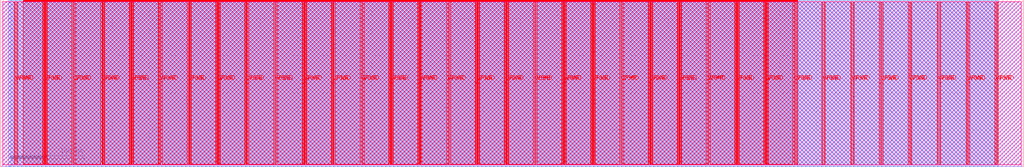
<source format=lef>
VERSION 5.7 ;
  NOWIREEXTENSIONATPIN ON ;
  DIVIDERCHAR "/" ;
  BUSBITCHARS "[]" ;
MACRO tt_um_rejunity_atari2600
  CLASS BLOCK ;
  FOREIGN tt_um_rejunity_atari2600 ;
  ORIGIN 0.000 0.000 ;
  SIZE 1378.160 BY 225.760 ;
  PIN VGND
    DIRECTION INOUT ;
    USE GROUND ;
    PORT
      LAYER met4 ;
        RECT 21.580 2.480 23.180 223.280 ;
    END
    PORT
      LAYER met4 ;
        RECT 60.450 2.480 62.050 223.280 ;
    END
    PORT
      LAYER met4 ;
        RECT 99.320 2.480 100.920 223.280 ;
    END
    PORT
      LAYER met4 ;
        RECT 138.190 2.480 139.790 223.280 ;
    END
    PORT
      LAYER met4 ;
        RECT 177.060 2.480 178.660 223.280 ;
    END
    PORT
      LAYER met4 ;
        RECT 215.930 2.480 217.530 223.280 ;
    END
    PORT
      LAYER met4 ;
        RECT 254.800 2.480 256.400 223.280 ;
    END
    PORT
      LAYER met4 ;
        RECT 293.670 2.480 295.270 223.280 ;
    END
    PORT
      LAYER met4 ;
        RECT 332.540 2.480 334.140 223.280 ;
    END
    PORT
      LAYER met4 ;
        RECT 371.410 2.480 373.010 223.280 ;
    END
    PORT
      LAYER met4 ;
        RECT 410.280 2.480 411.880 223.280 ;
    END
    PORT
      LAYER met4 ;
        RECT 449.150 2.480 450.750 223.280 ;
    END
    PORT
      LAYER met4 ;
        RECT 488.020 2.480 489.620 223.280 ;
    END
    PORT
      LAYER met4 ;
        RECT 526.890 2.480 528.490 223.280 ;
    END
    PORT
      LAYER met4 ;
        RECT 565.760 2.480 567.360 223.280 ;
    END
    PORT
      LAYER met4 ;
        RECT 604.630 2.480 606.230 223.280 ;
    END
    PORT
      LAYER met4 ;
        RECT 643.500 2.480 645.100 223.280 ;
    END
    PORT
      LAYER met4 ;
        RECT 682.370 2.480 683.970 223.280 ;
    END
    PORT
      LAYER met4 ;
        RECT 721.240 2.480 722.840 223.280 ;
    END
    PORT
      LAYER met4 ;
        RECT 760.110 2.480 761.710 223.280 ;
    END
    PORT
      LAYER met4 ;
        RECT 798.980 2.480 800.580 223.280 ;
    END
    PORT
      LAYER met4 ;
        RECT 837.850 2.480 839.450 223.280 ;
    END
    PORT
      LAYER met4 ;
        RECT 876.720 2.480 878.320 223.280 ;
    END
    PORT
      LAYER met4 ;
        RECT 915.590 2.480 917.190 223.280 ;
    END
    PORT
      LAYER met4 ;
        RECT 954.460 2.480 956.060 223.280 ;
    END
    PORT
      LAYER met4 ;
        RECT 993.330 2.480 994.930 223.280 ;
    END
    PORT
      LAYER met4 ;
        RECT 1032.200 2.480 1033.800 223.280 ;
    END
    PORT
      LAYER met4 ;
        RECT 1071.070 2.480 1072.670 223.280 ;
    END
    PORT
      LAYER met4 ;
        RECT 1109.940 2.480 1111.540 223.280 ;
    END
    PORT
      LAYER met4 ;
        RECT 1148.810 2.480 1150.410 223.280 ;
    END
    PORT
      LAYER met4 ;
        RECT 1187.680 2.480 1189.280 223.280 ;
    END
    PORT
      LAYER met4 ;
        RECT 1226.550 2.480 1228.150 223.280 ;
    END
    PORT
      LAYER met4 ;
        RECT 1265.420 2.480 1267.020 223.280 ;
    END
    PORT
      LAYER met4 ;
        RECT 1304.290 2.480 1305.890 223.280 ;
    END
    PORT
      LAYER met4 ;
        RECT 1343.160 2.480 1344.760 223.280 ;
    END
  END VGND
  PIN VPWR
    DIRECTION INOUT ;
    USE POWER ;
    PORT
      LAYER met4 ;
        RECT 18.280 2.480 19.880 223.280 ;
    END
    PORT
      LAYER met4 ;
        RECT 57.150 2.480 58.750 223.280 ;
    END
    PORT
      LAYER met4 ;
        RECT 96.020 2.480 97.620 223.280 ;
    END
    PORT
      LAYER met4 ;
        RECT 134.890 2.480 136.490 223.280 ;
    END
    PORT
      LAYER met4 ;
        RECT 173.760 2.480 175.360 223.280 ;
    END
    PORT
      LAYER met4 ;
        RECT 212.630 2.480 214.230 223.280 ;
    END
    PORT
      LAYER met4 ;
        RECT 251.500 2.480 253.100 223.280 ;
    END
    PORT
      LAYER met4 ;
        RECT 290.370 2.480 291.970 223.280 ;
    END
    PORT
      LAYER met4 ;
        RECT 329.240 2.480 330.840 223.280 ;
    END
    PORT
      LAYER met4 ;
        RECT 368.110 2.480 369.710 223.280 ;
    END
    PORT
      LAYER met4 ;
        RECT 406.980 2.480 408.580 223.280 ;
    END
    PORT
      LAYER met4 ;
        RECT 445.850 2.480 447.450 223.280 ;
    END
    PORT
      LAYER met4 ;
        RECT 484.720 2.480 486.320 223.280 ;
    END
    PORT
      LAYER met4 ;
        RECT 523.590 2.480 525.190 223.280 ;
    END
    PORT
      LAYER met4 ;
        RECT 562.460 2.480 564.060 223.280 ;
    END
    PORT
      LAYER met4 ;
        RECT 601.330 2.480 602.930 223.280 ;
    END
    PORT
      LAYER met4 ;
        RECT 640.200 2.480 641.800 223.280 ;
    END
    PORT
      LAYER met4 ;
        RECT 679.070 2.480 680.670 223.280 ;
    END
    PORT
      LAYER met4 ;
        RECT 717.940 2.480 719.540 223.280 ;
    END
    PORT
      LAYER met4 ;
        RECT 756.810 2.480 758.410 223.280 ;
    END
    PORT
      LAYER met4 ;
        RECT 795.680 2.480 797.280 223.280 ;
    END
    PORT
      LAYER met4 ;
        RECT 834.550 2.480 836.150 223.280 ;
    END
    PORT
      LAYER met4 ;
        RECT 873.420 2.480 875.020 223.280 ;
    END
    PORT
      LAYER met4 ;
        RECT 912.290 2.480 913.890 223.280 ;
    END
    PORT
      LAYER met4 ;
        RECT 951.160 2.480 952.760 223.280 ;
    END
    PORT
      LAYER met4 ;
        RECT 990.030 2.480 991.630 223.280 ;
    END
    PORT
      LAYER met4 ;
        RECT 1028.900 2.480 1030.500 223.280 ;
    END
    PORT
      LAYER met4 ;
        RECT 1067.770 2.480 1069.370 223.280 ;
    END
    PORT
      LAYER met4 ;
        RECT 1106.640 2.480 1108.240 223.280 ;
    END
    PORT
      LAYER met4 ;
        RECT 1145.510 2.480 1147.110 223.280 ;
    END
    PORT
      LAYER met4 ;
        RECT 1184.380 2.480 1185.980 223.280 ;
    END
    PORT
      LAYER met4 ;
        RECT 1223.250 2.480 1224.850 223.280 ;
    END
    PORT
      LAYER met4 ;
        RECT 1262.120 2.480 1263.720 223.280 ;
    END
    PORT
      LAYER met4 ;
        RECT 1300.990 2.480 1302.590 223.280 ;
    END
    PORT
      LAYER met4 ;
        RECT 1339.860 2.480 1341.460 223.280 ;
    END
  END VPWR
  PIN clk
    DIRECTION INPUT ;
    USE SIGNAL ;
    ANTENNAGATEAREA 0.852000 ;
    ANTENNADIFFAREA 0.434700 ;
    PORT
      LAYER met4 ;
        RECT 143.830 224.760 144.130 225.760 ;
    END
  END clk
  PIN ena
    DIRECTION INPUT ;
    USE SIGNAL ;
    PORT
      LAYER met4 ;
        RECT 146.590 224.760 146.890 225.760 ;
    END
  END ena
  PIN rst_n
    DIRECTION INPUT ;
    USE SIGNAL ;
    ANTENNAGATEAREA 0.247500 ;
    PORT
      LAYER met4 ;
        RECT 141.070 224.760 141.370 225.760 ;
    END
  END rst_n
  PIN ui_in[0]
    DIRECTION INPUT ;
    USE SIGNAL ;
    ANTENNAGATEAREA 0.213000 ;
    PORT
      LAYER met4 ;
        RECT 138.310 224.760 138.610 225.760 ;
    END
  END ui_in[0]
  PIN ui_in[1]
    DIRECTION INPUT ;
    USE SIGNAL ;
    ANTENNAGATEAREA 0.159000 ;
    PORT
      LAYER met4 ;
        RECT 135.550 224.760 135.850 225.760 ;
    END
  END ui_in[1]
  PIN ui_in[2]
    DIRECTION INPUT ;
    USE SIGNAL ;
    ANTENNAGATEAREA 0.213000 ;
    PORT
      LAYER met4 ;
        RECT 132.790 224.760 133.090 225.760 ;
    END
  END ui_in[2]
  PIN ui_in[3]
    DIRECTION INPUT ;
    USE SIGNAL ;
    ANTENNAGATEAREA 0.213000 ;
    PORT
      LAYER met4 ;
        RECT 130.030 224.760 130.330 225.760 ;
    END
  END ui_in[3]
  PIN ui_in[4]
    DIRECTION INPUT ;
    USE SIGNAL ;
    ANTENNAGATEAREA 0.213000 ;
    PORT
      LAYER met4 ;
        RECT 127.270 224.760 127.570 225.760 ;
    END
  END ui_in[4]
  PIN ui_in[5]
    DIRECTION INPUT ;
    USE SIGNAL ;
    ANTENNAGATEAREA 0.159000 ;
    PORT
      LAYER met4 ;
        RECT 124.510 224.760 124.810 225.760 ;
    END
  END ui_in[5]
  PIN ui_in[6]
    DIRECTION INPUT ;
    USE SIGNAL ;
    ANTENNAGATEAREA 0.159000 ;
    PORT
      LAYER met4 ;
        RECT 121.750 224.760 122.050 225.760 ;
    END
  END ui_in[6]
  PIN ui_in[7]
    DIRECTION INPUT ;
    USE SIGNAL ;
    PORT
      LAYER met4 ;
        RECT 118.990 224.760 119.290 225.760 ;
    END
  END ui_in[7]
  PIN uio_in[0]
    DIRECTION INPUT ;
    USE SIGNAL ;
    PORT
      LAYER met4 ;
        RECT 116.230 224.760 116.530 225.760 ;
    END
  END uio_in[0]
  PIN uio_in[1]
    DIRECTION INPUT ;
    USE SIGNAL ;
    ANTENNAGATEAREA 0.213000 ;
    PORT
      LAYER met4 ;
        RECT 113.470 224.760 113.770 225.760 ;
    END
  END uio_in[1]
  PIN uio_in[2]
    DIRECTION INPUT ;
    USE SIGNAL ;
    ANTENNAGATEAREA 0.213000 ;
    PORT
      LAYER met4 ;
        RECT 110.710 224.760 111.010 225.760 ;
    END
  END uio_in[2]
  PIN uio_in[3]
    DIRECTION INPUT ;
    USE SIGNAL ;
    PORT
      LAYER met4 ;
        RECT 107.950 224.760 108.250 225.760 ;
    END
  END uio_in[3]
  PIN uio_in[4]
    DIRECTION INPUT ;
    USE SIGNAL ;
    ANTENNAGATEAREA 0.213000 ;
    PORT
      LAYER met4 ;
        RECT 105.190 224.760 105.490 225.760 ;
    END
  END uio_in[4]
  PIN uio_in[5]
    DIRECTION INPUT ;
    USE SIGNAL ;
    ANTENNAGATEAREA 0.213000 ;
    PORT
      LAYER met4 ;
        RECT 102.430 224.760 102.730 225.760 ;
    END
  END uio_in[5]
  PIN uio_in[6]
    DIRECTION INPUT ;
    USE SIGNAL ;
    PORT
      LAYER met4 ;
        RECT 99.670 224.760 99.970 225.760 ;
    END
  END uio_in[6]
  PIN uio_in[7]
    DIRECTION INPUT ;
    USE SIGNAL ;
    PORT
      LAYER met4 ;
        RECT 96.910 224.760 97.210 225.760 ;
    END
  END uio_in[7]
  PIN uio_oe[0]
    DIRECTION OUTPUT ;
    USE SIGNAL ;
    PORT
      LAYER met4 ;
        RECT 49.990 224.760 50.290 225.760 ;
    END
  END uio_oe[0]
  PIN uio_oe[1]
    DIRECTION OUTPUT ;
    USE SIGNAL ;
    ANTENNADIFFAREA 0.445500 ;
    PORT
      LAYER met4 ;
        RECT 47.230 224.760 47.530 225.760 ;
    END
  END uio_oe[1]
  PIN uio_oe[2]
    DIRECTION OUTPUT ;
    USE SIGNAL ;
    ANTENNADIFFAREA 0.445500 ;
    PORT
      LAYER met4 ;
        RECT 44.470 224.760 44.770 225.760 ;
    END
  END uio_oe[2]
  PIN uio_oe[3]
    DIRECTION OUTPUT ;
    USE SIGNAL ;
    PORT
      LAYER met4 ;
        RECT 41.710 224.760 42.010 225.760 ;
    END
  END uio_oe[3]
  PIN uio_oe[4]
    DIRECTION OUTPUT ;
    USE SIGNAL ;
    ANTENNADIFFAREA 0.445500 ;
    PORT
      LAYER met4 ;
        RECT 38.950 224.760 39.250 225.760 ;
    END
  END uio_oe[4]
  PIN uio_oe[5]
    DIRECTION OUTPUT ;
    USE SIGNAL ;
    ANTENNAGATEAREA 0.318000 ;
    ANTENNADIFFAREA 0.445500 ;
    PORT
      LAYER met4 ;
        RECT 36.190 224.760 36.490 225.760 ;
    END
  END uio_oe[5]
  PIN uio_oe[6]
    DIRECTION OUTPUT ;
    USE SIGNAL ;
    PORT
      LAYER met4 ;
        RECT 33.430 224.760 33.730 225.760 ;
    END
  END uio_oe[6]
  PIN uio_oe[7]
    DIRECTION OUTPUT ;
    USE SIGNAL ;
    PORT
      LAYER met4 ;
        RECT 30.670 224.760 30.970 225.760 ;
    END
  END uio_oe[7]
  PIN uio_out[0]
    DIRECTION OUTPUT ;
    USE SIGNAL ;
    ANTENNAGATEAREA 1.116000 ;
    ANTENNADIFFAREA 1.075200 ;
    PORT
      LAYER met4 ;
        RECT 72.070 224.760 72.370 225.760 ;
    END
  END uio_out[0]
  PIN uio_out[1]
    DIRECTION OUTPUT ;
    USE SIGNAL ;
    ANTENNADIFFAREA 0.891000 ;
    PORT
      LAYER met4 ;
        RECT 69.310 224.760 69.610 225.760 ;
    END
  END uio_out[1]
  PIN uio_out[2]
    DIRECTION OUTPUT ;
    USE SIGNAL ;
    ANTENNADIFFAREA 0.643500 ;
    PORT
      LAYER met4 ;
        RECT 66.550 224.760 66.850 225.760 ;
    END
  END uio_out[2]
  PIN uio_out[3]
    DIRECTION OUTPUT ;
    USE SIGNAL ;
    ANTENNAGATEAREA 1.116000 ;
    ANTENNADIFFAREA 0.891000 ;
    PORT
      LAYER met4 ;
        RECT 63.790 224.760 64.090 225.760 ;
    END
  END uio_out[3]
  PIN uio_out[4]
    DIRECTION OUTPUT ;
    USE SIGNAL ;
    ANTENNADIFFAREA 0.643500 ;
    PORT
      LAYER met4 ;
        RECT 61.030 224.760 61.330 225.760 ;
    END
  END uio_out[4]
  PIN uio_out[5]
    DIRECTION OUTPUT ;
    USE SIGNAL ;
    ANTENNADIFFAREA 0.643500 ;
    PORT
      LAYER met4 ;
        RECT 58.270 224.760 58.570 225.760 ;
    END
  END uio_out[5]
  PIN uio_out[6]
    DIRECTION OUTPUT ;
    USE SIGNAL ;
    ANTENNAGATEAREA 0.499500 ;
    ANTENNADIFFAREA 0.891000 ;
    PORT
      LAYER met4 ;
        RECT 55.510 224.760 55.810 225.760 ;
    END
  END uio_out[6]
  PIN uio_out[7]
    DIRECTION OUTPUT ;
    USE SIGNAL ;
    ANTENNADIFFAREA 0.891000 ;
    PORT
      LAYER met4 ;
        RECT 52.750 224.760 53.050 225.760 ;
    END
  END uio_out[7]
  PIN uo_out[0]
    DIRECTION OUTPUT ;
    USE SIGNAL ;
    ANTENNADIFFAREA 0.924000 ;
    PORT
      LAYER met4 ;
        RECT 94.150 224.760 94.450 225.760 ;
    END
  END uo_out[0]
  PIN uo_out[1]
    DIRECTION OUTPUT ;
    USE SIGNAL ;
    ANTENNADIFFAREA 0.924000 ;
    PORT
      LAYER met4 ;
        RECT 91.390 224.760 91.690 225.760 ;
    END
  END uo_out[1]
  PIN uo_out[2]
    DIRECTION OUTPUT ;
    USE SIGNAL ;
    ANTENNADIFFAREA 0.924000 ;
    PORT
      LAYER met4 ;
        RECT 88.630 224.760 88.930 225.760 ;
    END
  END uo_out[2]
  PIN uo_out[3]
    DIRECTION OUTPUT ;
    USE SIGNAL ;
    ANTENNADIFFAREA 0.445500 ;
    PORT
      LAYER met4 ;
        RECT 85.870 224.760 86.170 225.760 ;
    END
  END uo_out[3]
  PIN uo_out[4]
    DIRECTION OUTPUT ;
    USE SIGNAL ;
    ANTENNADIFFAREA 0.924000 ;
    PORT
      LAYER met4 ;
        RECT 83.110 224.760 83.410 225.760 ;
    END
  END uo_out[4]
  PIN uo_out[5]
    DIRECTION OUTPUT ;
    USE SIGNAL ;
    ANTENNADIFFAREA 0.924000 ;
    PORT
      LAYER met4 ;
        RECT 80.350 224.760 80.650 225.760 ;
    END
  END uo_out[5]
  PIN uo_out[6]
    DIRECTION OUTPUT ;
    USE SIGNAL ;
    ANTENNADIFFAREA 0.924000 ;
    PORT
      LAYER met4 ;
        RECT 77.590 224.760 77.890 225.760 ;
    END
  END uo_out[6]
  PIN uo_out[7]
    DIRECTION OUTPUT ;
    USE SIGNAL ;
    ANTENNADIFFAREA 0.445500 ;
    PORT
      LAYER met4 ;
        RECT 74.830 224.760 75.130 225.760 ;
    END
  END uo_out[7]
  OBS
      LAYER nwell ;
        RECT 2.570 2.635 1375.590 223.230 ;
      LAYER li1 ;
        RECT 2.760 2.635 1375.400 223.125 ;
      LAYER met1 ;
        RECT 2.760 0.040 1375.400 223.280 ;
      LAYER met2 ;
        RECT 10.680 0.010 1344.730 224.925 ;
      LAYER met3 ;
        RECT 13.405 0.175 1344.750 224.905 ;
      LAYER met4 ;
        RECT 31.370 224.360 33.030 224.905 ;
        RECT 34.130 224.360 35.790 224.905 ;
        RECT 36.890 224.360 38.550 224.905 ;
        RECT 39.650 224.360 41.310 224.905 ;
        RECT 42.410 224.360 44.070 224.905 ;
        RECT 45.170 224.360 46.830 224.905 ;
        RECT 47.930 224.360 49.590 224.905 ;
        RECT 50.690 224.360 52.350 224.905 ;
        RECT 53.450 224.360 55.110 224.905 ;
        RECT 56.210 224.360 57.870 224.905 ;
        RECT 58.970 224.360 60.630 224.905 ;
        RECT 61.730 224.360 63.390 224.905 ;
        RECT 64.490 224.360 66.150 224.905 ;
        RECT 67.250 224.360 68.910 224.905 ;
        RECT 70.010 224.360 71.670 224.905 ;
        RECT 72.770 224.360 74.430 224.905 ;
        RECT 75.530 224.360 77.190 224.905 ;
        RECT 78.290 224.360 79.950 224.905 ;
        RECT 81.050 224.360 82.710 224.905 ;
        RECT 83.810 224.360 85.470 224.905 ;
        RECT 86.570 224.360 88.230 224.905 ;
        RECT 89.330 224.360 90.990 224.905 ;
        RECT 92.090 224.360 93.750 224.905 ;
        RECT 94.850 224.360 96.510 224.905 ;
        RECT 97.610 224.360 99.270 224.905 ;
        RECT 100.370 224.360 102.030 224.905 ;
        RECT 103.130 224.360 104.790 224.905 ;
        RECT 105.890 224.360 107.550 224.905 ;
        RECT 108.650 224.360 110.310 224.905 ;
        RECT 111.410 224.360 113.070 224.905 ;
        RECT 114.170 224.360 115.830 224.905 ;
        RECT 116.930 224.360 118.590 224.905 ;
        RECT 119.690 224.360 121.350 224.905 ;
        RECT 122.450 224.360 124.110 224.905 ;
        RECT 125.210 224.360 126.870 224.905 ;
        RECT 127.970 224.360 129.630 224.905 ;
        RECT 130.730 224.360 132.390 224.905 ;
        RECT 133.490 224.360 135.150 224.905 ;
        RECT 136.250 224.360 137.910 224.905 ;
        RECT 139.010 224.360 140.670 224.905 ;
        RECT 141.770 224.360 143.430 224.905 ;
        RECT 144.530 224.360 146.190 224.905 ;
        RECT 147.290 224.360 1074.265 224.905 ;
        RECT 30.655 223.680 1074.265 224.360 ;
        RECT 30.655 3.575 56.750 223.680 ;
        RECT 59.150 3.575 60.050 223.680 ;
        RECT 62.450 3.575 95.620 223.680 ;
        RECT 98.020 3.575 98.920 223.680 ;
        RECT 101.320 3.575 134.490 223.680 ;
        RECT 136.890 3.575 137.790 223.680 ;
        RECT 140.190 3.575 173.360 223.680 ;
        RECT 175.760 3.575 176.660 223.680 ;
        RECT 179.060 3.575 212.230 223.680 ;
        RECT 214.630 3.575 215.530 223.680 ;
        RECT 217.930 3.575 251.100 223.680 ;
        RECT 253.500 3.575 254.400 223.680 ;
        RECT 256.800 3.575 289.970 223.680 ;
        RECT 292.370 3.575 293.270 223.680 ;
        RECT 295.670 3.575 328.840 223.680 ;
        RECT 331.240 3.575 332.140 223.680 ;
        RECT 334.540 3.575 367.710 223.680 ;
        RECT 370.110 3.575 371.010 223.680 ;
        RECT 373.410 3.575 406.580 223.680 ;
        RECT 408.980 3.575 409.880 223.680 ;
        RECT 412.280 3.575 445.450 223.680 ;
        RECT 447.850 3.575 448.750 223.680 ;
        RECT 451.150 3.575 484.320 223.680 ;
        RECT 486.720 3.575 487.620 223.680 ;
        RECT 490.020 3.575 523.190 223.680 ;
        RECT 525.590 3.575 526.490 223.680 ;
        RECT 528.890 3.575 562.060 223.680 ;
        RECT 564.460 3.575 565.360 223.680 ;
        RECT 567.760 3.575 600.930 223.680 ;
        RECT 603.330 3.575 604.230 223.680 ;
        RECT 606.630 3.575 639.800 223.680 ;
        RECT 642.200 3.575 643.100 223.680 ;
        RECT 645.500 3.575 678.670 223.680 ;
        RECT 681.070 3.575 681.970 223.680 ;
        RECT 684.370 3.575 717.540 223.680 ;
        RECT 719.940 3.575 720.840 223.680 ;
        RECT 723.240 3.575 756.410 223.680 ;
        RECT 758.810 3.575 759.710 223.680 ;
        RECT 762.110 3.575 795.280 223.680 ;
        RECT 797.680 3.575 798.580 223.680 ;
        RECT 800.980 3.575 834.150 223.680 ;
        RECT 836.550 3.575 837.450 223.680 ;
        RECT 839.850 3.575 873.020 223.680 ;
        RECT 875.420 3.575 876.320 223.680 ;
        RECT 878.720 3.575 911.890 223.680 ;
        RECT 914.290 3.575 915.190 223.680 ;
        RECT 917.590 3.575 950.760 223.680 ;
        RECT 953.160 3.575 954.060 223.680 ;
        RECT 956.460 3.575 989.630 223.680 ;
        RECT 992.030 3.575 992.930 223.680 ;
        RECT 995.330 3.575 1028.500 223.680 ;
        RECT 1030.900 3.575 1031.800 223.680 ;
        RECT 1034.200 3.575 1067.370 223.680 ;
        RECT 1069.770 3.575 1070.670 223.680 ;
        RECT 1073.070 3.575 1074.265 223.680 ;
  END
END tt_um_rejunity_atari2600
END LIBRARY


</source>
